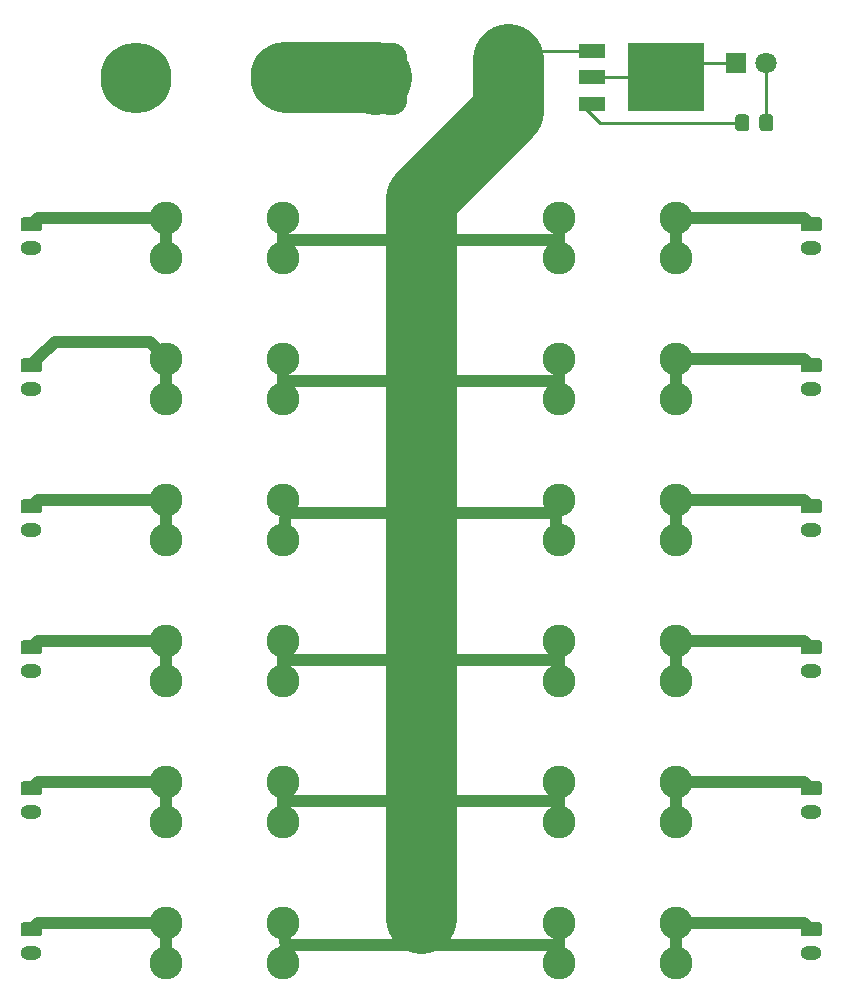
<source format=gtl>
G04 #@! TF.GenerationSoftware,KiCad,Pcbnew,(5.1.5)-3*
G04 #@! TF.CreationDate,2020-03-23T11:19:51-04:00*
G04 #@! TF.ProjectId,RedLegs_pwrbrd,5265644c-6567-4735-9f70-77726272642e,rev?*
G04 #@! TF.SameCoordinates,Original*
G04 #@! TF.FileFunction,Copper,L1,Top*
G04 #@! TF.FilePolarity,Positive*
%FSLAX46Y46*%
G04 Gerber Fmt 4.6, Leading zero omitted, Abs format (unit mm)*
G04 Created by KiCad (PCBNEW (5.1.5)-3) date 2020-03-23 11:19:51*
%MOMM*%
%LPD*%
G04 APERTURE LIST*
%ADD10C,0.100000*%
%ADD11C,2.780000*%
%ADD12R,6.400000X5.800000*%
%ADD13R,2.200000X1.200000*%
%ADD14O,1.800000X1.200000*%
%ADD15C,5.999480*%
%ADD16C,1.800000*%
%ADD17R,1.800000X1.800000*%
%ADD18C,1.000000*%
%ADD19C,0.250000*%
%ADD20C,6.000000*%
G04 APERTURE END LIST*
G04 #@! TA.AperFunction,SMDPad,CuDef*
D10*
G36*
X182449505Y-62801204D02*
G01*
X182473773Y-62804804D01*
X182497572Y-62810765D01*
X182520671Y-62819030D01*
X182542850Y-62829520D01*
X182563893Y-62842132D01*
X182583599Y-62856747D01*
X182601777Y-62873223D01*
X182618253Y-62891401D01*
X182632868Y-62911107D01*
X182645480Y-62932150D01*
X182655970Y-62954329D01*
X182664235Y-62977428D01*
X182670196Y-63001227D01*
X182673796Y-63025495D01*
X182675000Y-63049999D01*
X182675000Y-63950001D01*
X182673796Y-63974505D01*
X182670196Y-63998773D01*
X182664235Y-64022572D01*
X182655970Y-64045671D01*
X182645480Y-64067850D01*
X182632868Y-64088893D01*
X182618253Y-64108599D01*
X182601777Y-64126777D01*
X182583599Y-64143253D01*
X182563893Y-64157868D01*
X182542850Y-64170480D01*
X182520671Y-64180970D01*
X182497572Y-64189235D01*
X182473773Y-64195196D01*
X182449505Y-64198796D01*
X182425001Y-64200000D01*
X181774999Y-64200000D01*
X181750495Y-64198796D01*
X181726227Y-64195196D01*
X181702428Y-64189235D01*
X181679329Y-64180970D01*
X181657150Y-64170480D01*
X181636107Y-64157868D01*
X181616401Y-64143253D01*
X181598223Y-64126777D01*
X181581747Y-64108599D01*
X181567132Y-64088893D01*
X181554520Y-64067850D01*
X181544030Y-64045671D01*
X181535765Y-64022572D01*
X181529804Y-63998773D01*
X181526204Y-63974505D01*
X181525000Y-63950001D01*
X181525000Y-63049999D01*
X181526204Y-63025495D01*
X181529804Y-63001227D01*
X181535765Y-62977428D01*
X181544030Y-62954329D01*
X181554520Y-62932150D01*
X181567132Y-62911107D01*
X181581747Y-62891401D01*
X181598223Y-62873223D01*
X181616401Y-62856747D01*
X181636107Y-62842132D01*
X181657150Y-62829520D01*
X181679329Y-62819030D01*
X181702428Y-62810765D01*
X181726227Y-62804804D01*
X181750495Y-62801204D01*
X181774999Y-62800000D01*
X182425001Y-62800000D01*
X182449505Y-62801204D01*
G37*
G04 #@! TD.AperFunction*
G04 #@! TA.AperFunction,SMDPad,CuDef*
G36*
X184499505Y-62801204D02*
G01*
X184523773Y-62804804D01*
X184547572Y-62810765D01*
X184570671Y-62819030D01*
X184592850Y-62829520D01*
X184613893Y-62842132D01*
X184633599Y-62856747D01*
X184651777Y-62873223D01*
X184668253Y-62891401D01*
X184682868Y-62911107D01*
X184695480Y-62932150D01*
X184705970Y-62954329D01*
X184714235Y-62977428D01*
X184720196Y-63001227D01*
X184723796Y-63025495D01*
X184725000Y-63049999D01*
X184725000Y-63950001D01*
X184723796Y-63974505D01*
X184720196Y-63998773D01*
X184714235Y-64022572D01*
X184705970Y-64045671D01*
X184695480Y-64067850D01*
X184682868Y-64088893D01*
X184668253Y-64108599D01*
X184651777Y-64126777D01*
X184633599Y-64143253D01*
X184613893Y-64157868D01*
X184592850Y-64170480D01*
X184570671Y-64180970D01*
X184547572Y-64189235D01*
X184523773Y-64195196D01*
X184499505Y-64198796D01*
X184475001Y-64200000D01*
X183824999Y-64200000D01*
X183800495Y-64198796D01*
X183776227Y-64195196D01*
X183752428Y-64189235D01*
X183729329Y-64180970D01*
X183707150Y-64170480D01*
X183686107Y-64157868D01*
X183666401Y-64143253D01*
X183648223Y-64126777D01*
X183631747Y-64108599D01*
X183617132Y-64088893D01*
X183604520Y-64067850D01*
X183594030Y-64045671D01*
X183585765Y-64022572D01*
X183579804Y-63998773D01*
X183576204Y-63974505D01*
X183575000Y-63950001D01*
X183575000Y-63049999D01*
X183576204Y-63025495D01*
X183579804Y-63001227D01*
X183585765Y-62977428D01*
X183594030Y-62954329D01*
X183604520Y-62932150D01*
X183617132Y-62911107D01*
X183631747Y-62891401D01*
X183648223Y-62873223D01*
X183666401Y-62856747D01*
X183686107Y-62842132D01*
X183707150Y-62829520D01*
X183729329Y-62819030D01*
X183752428Y-62810765D01*
X183776227Y-62804804D01*
X183800495Y-62801204D01*
X183824999Y-62800000D01*
X184475001Y-62800000D01*
X184499505Y-62801204D01*
G37*
G04 #@! TD.AperFunction*
D11*
X166610000Y-95406000D03*
X166610000Y-98806000D03*
X176530000Y-95406000D03*
X176530000Y-98806000D03*
X162320000Y-61490000D03*
X162320000Y-58090000D03*
X152400000Y-61490000D03*
X152400000Y-58090000D03*
D12*
X175665000Y-59670000D03*
D13*
X169365000Y-61950000D03*
X169365000Y-59670000D03*
X169365000Y-57390000D03*
D14*
X187960000Y-133800000D03*
G04 #@! TA.AperFunction,ComponentPad*
D10*
G36*
X188634505Y-131201204D02*
G01*
X188658773Y-131204804D01*
X188682572Y-131210765D01*
X188705671Y-131219030D01*
X188727850Y-131229520D01*
X188748893Y-131242132D01*
X188768599Y-131256747D01*
X188786777Y-131273223D01*
X188803253Y-131291401D01*
X188817868Y-131311107D01*
X188830480Y-131332150D01*
X188840970Y-131354329D01*
X188849235Y-131377428D01*
X188855196Y-131401227D01*
X188858796Y-131425495D01*
X188860000Y-131449999D01*
X188860000Y-132150001D01*
X188858796Y-132174505D01*
X188855196Y-132198773D01*
X188849235Y-132222572D01*
X188840970Y-132245671D01*
X188830480Y-132267850D01*
X188817868Y-132288893D01*
X188803253Y-132308599D01*
X188786777Y-132326777D01*
X188768599Y-132343253D01*
X188748893Y-132357868D01*
X188727850Y-132370480D01*
X188705671Y-132380970D01*
X188682572Y-132389235D01*
X188658773Y-132395196D01*
X188634505Y-132398796D01*
X188610001Y-132400000D01*
X187309999Y-132400000D01*
X187285495Y-132398796D01*
X187261227Y-132395196D01*
X187237428Y-132389235D01*
X187214329Y-132380970D01*
X187192150Y-132370480D01*
X187171107Y-132357868D01*
X187151401Y-132343253D01*
X187133223Y-132326777D01*
X187116747Y-132308599D01*
X187102132Y-132288893D01*
X187089520Y-132267850D01*
X187079030Y-132245671D01*
X187070765Y-132222572D01*
X187064804Y-132198773D01*
X187061204Y-132174505D01*
X187060000Y-132150001D01*
X187060000Y-131449999D01*
X187061204Y-131425495D01*
X187064804Y-131401227D01*
X187070765Y-131377428D01*
X187079030Y-131354329D01*
X187089520Y-131332150D01*
X187102132Y-131311107D01*
X187116747Y-131291401D01*
X187133223Y-131273223D01*
X187151401Y-131256747D01*
X187171107Y-131242132D01*
X187192150Y-131229520D01*
X187214329Y-131219030D01*
X187237428Y-131210765D01*
X187261227Y-131204804D01*
X187285495Y-131201204D01*
X187309999Y-131200000D01*
X188610001Y-131200000D01*
X188634505Y-131201204D01*
G37*
G04 #@! TD.AperFunction*
D14*
X187960000Y-121862000D03*
G04 #@! TA.AperFunction,ComponentPad*
D10*
G36*
X188634505Y-119263204D02*
G01*
X188658773Y-119266804D01*
X188682572Y-119272765D01*
X188705671Y-119281030D01*
X188727850Y-119291520D01*
X188748893Y-119304132D01*
X188768599Y-119318747D01*
X188786777Y-119335223D01*
X188803253Y-119353401D01*
X188817868Y-119373107D01*
X188830480Y-119394150D01*
X188840970Y-119416329D01*
X188849235Y-119439428D01*
X188855196Y-119463227D01*
X188858796Y-119487495D01*
X188860000Y-119511999D01*
X188860000Y-120212001D01*
X188858796Y-120236505D01*
X188855196Y-120260773D01*
X188849235Y-120284572D01*
X188840970Y-120307671D01*
X188830480Y-120329850D01*
X188817868Y-120350893D01*
X188803253Y-120370599D01*
X188786777Y-120388777D01*
X188768599Y-120405253D01*
X188748893Y-120419868D01*
X188727850Y-120432480D01*
X188705671Y-120442970D01*
X188682572Y-120451235D01*
X188658773Y-120457196D01*
X188634505Y-120460796D01*
X188610001Y-120462000D01*
X187309999Y-120462000D01*
X187285495Y-120460796D01*
X187261227Y-120457196D01*
X187237428Y-120451235D01*
X187214329Y-120442970D01*
X187192150Y-120432480D01*
X187171107Y-120419868D01*
X187151401Y-120405253D01*
X187133223Y-120388777D01*
X187116747Y-120370599D01*
X187102132Y-120350893D01*
X187089520Y-120329850D01*
X187079030Y-120307671D01*
X187070765Y-120284572D01*
X187064804Y-120260773D01*
X187061204Y-120236505D01*
X187060000Y-120212001D01*
X187060000Y-119511999D01*
X187061204Y-119487495D01*
X187064804Y-119463227D01*
X187070765Y-119439428D01*
X187079030Y-119416329D01*
X187089520Y-119394150D01*
X187102132Y-119373107D01*
X187116747Y-119353401D01*
X187133223Y-119335223D01*
X187151401Y-119318747D01*
X187171107Y-119304132D01*
X187192150Y-119291520D01*
X187214329Y-119281030D01*
X187237428Y-119272765D01*
X187261227Y-119266804D01*
X187285495Y-119263204D01*
X187309999Y-119262000D01*
X188610001Y-119262000D01*
X188634505Y-119263204D01*
G37*
G04 #@! TD.AperFunction*
D14*
X187960000Y-109924000D03*
G04 #@! TA.AperFunction,ComponentPad*
D10*
G36*
X188634505Y-107325204D02*
G01*
X188658773Y-107328804D01*
X188682572Y-107334765D01*
X188705671Y-107343030D01*
X188727850Y-107353520D01*
X188748893Y-107366132D01*
X188768599Y-107380747D01*
X188786777Y-107397223D01*
X188803253Y-107415401D01*
X188817868Y-107435107D01*
X188830480Y-107456150D01*
X188840970Y-107478329D01*
X188849235Y-107501428D01*
X188855196Y-107525227D01*
X188858796Y-107549495D01*
X188860000Y-107573999D01*
X188860000Y-108274001D01*
X188858796Y-108298505D01*
X188855196Y-108322773D01*
X188849235Y-108346572D01*
X188840970Y-108369671D01*
X188830480Y-108391850D01*
X188817868Y-108412893D01*
X188803253Y-108432599D01*
X188786777Y-108450777D01*
X188768599Y-108467253D01*
X188748893Y-108481868D01*
X188727850Y-108494480D01*
X188705671Y-108504970D01*
X188682572Y-108513235D01*
X188658773Y-108519196D01*
X188634505Y-108522796D01*
X188610001Y-108524000D01*
X187309999Y-108524000D01*
X187285495Y-108522796D01*
X187261227Y-108519196D01*
X187237428Y-108513235D01*
X187214329Y-108504970D01*
X187192150Y-108494480D01*
X187171107Y-108481868D01*
X187151401Y-108467253D01*
X187133223Y-108450777D01*
X187116747Y-108432599D01*
X187102132Y-108412893D01*
X187089520Y-108391850D01*
X187079030Y-108369671D01*
X187070765Y-108346572D01*
X187064804Y-108322773D01*
X187061204Y-108298505D01*
X187060000Y-108274001D01*
X187060000Y-107573999D01*
X187061204Y-107549495D01*
X187064804Y-107525227D01*
X187070765Y-107501428D01*
X187079030Y-107478329D01*
X187089520Y-107456150D01*
X187102132Y-107435107D01*
X187116747Y-107415401D01*
X187133223Y-107397223D01*
X187151401Y-107380747D01*
X187171107Y-107366132D01*
X187192150Y-107353520D01*
X187214329Y-107343030D01*
X187237428Y-107334765D01*
X187261227Y-107328804D01*
X187285495Y-107325204D01*
X187309999Y-107324000D01*
X188610001Y-107324000D01*
X188634505Y-107325204D01*
G37*
G04 #@! TD.AperFunction*
D14*
X187960000Y-97986000D03*
G04 #@! TA.AperFunction,ComponentPad*
D10*
G36*
X188634505Y-95387204D02*
G01*
X188658773Y-95390804D01*
X188682572Y-95396765D01*
X188705671Y-95405030D01*
X188727850Y-95415520D01*
X188748893Y-95428132D01*
X188768599Y-95442747D01*
X188786777Y-95459223D01*
X188803253Y-95477401D01*
X188817868Y-95497107D01*
X188830480Y-95518150D01*
X188840970Y-95540329D01*
X188849235Y-95563428D01*
X188855196Y-95587227D01*
X188858796Y-95611495D01*
X188860000Y-95635999D01*
X188860000Y-96336001D01*
X188858796Y-96360505D01*
X188855196Y-96384773D01*
X188849235Y-96408572D01*
X188840970Y-96431671D01*
X188830480Y-96453850D01*
X188817868Y-96474893D01*
X188803253Y-96494599D01*
X188786777Y-96512777D01*
X188768599Y-96529253D01*
X188748893Y-96543868D01*
X188727850Y-96556480D01*
X188705671Y-96566970D01*
X188682572Y-96575235D01*
X188658773Y-96581196D01*
X188634505Y-96584796D01*
X188610001Y-96586000D01*
X187309999Y-96586000D01*
X187285495Y-96584796D01*
X187261227Y-96581196D01*
X187237428Y-96575235D01*
X187214329Y-96566970D01*
X187192150Y-96556480D01*
X187171107Y-96543868D01*
X187151401Y-96529253D01*
X187133223Y-96512777D01*
X187116747Y-96494599D01*
X187102132Y-96474893D01*
X187089520Y-96453850D01*
X187079030Y-96431671D01*
X187070765Y-96408572D01*
X187064804Y-96384773D01*
X187061204Y-96360505D01*
X187060000Y-96336001D01*
X187060000Y-95635999D01*
X187061204Y-95611495D01*
X187064804Y-95587227D01*
X187070765Y-95563428D01*
X187079030Y-95540329D01*
X187089520Y-95518150D01*
X187102132Y-95497107D01*
X187116747Y-95477401D01*
X187133223Y-95459223D01*
X187151401Y-95442747D01*
X187171107Y-95428132D01*
X187192150Y-95415520D01*
X187214329Y-95405030D01*
X187237428Y-95396765D01*
X187261227Y-95390804D01*
X187285495Y-95387204D01*
X187309999Y-95386000D01*
X188610001Y-95386000D01*
X188634505Y-95387204D01*
G37*
G04 #@! TD.AperFunction*
D14*
X187960000Y-86048000D03*
G04 #@! TA.AperFunction,ComponentPad*
D10*
G36*
X188634505Y-83449204D02*
G01*
X188658773Y-83452804D01*
X188682572Y-83458765D01*
X188705671Y-83467030D01*
X188727850Y-83477520D01*
X188748893Y-83490132D01*
X188768599Y-83504747D01*
X188786777Y-83521223D01*
X188803253Y-83539401D01*
X188817868Y-83559107D01*
X188830480Y-83580150D01*
X188840970Y-83602329D01*
X188849235Y-83625428D01*
X188855196Y-83649227D01*
X188858796Y-83673495D01*
X188860000Y-83697999D01*
X188860000Y-84398001D01*
X188858796Y-84422505D01*
X188855196Y-84446773D01*
X188849235Y-84470572D01*
X188840970Y-84493671D01*
X188830480Y-84515850D01*
X188817868Y-84536893D01*
X188803253Y-84556599D01*
X188786777Y-84574777D01*
X188768599Y-84591253D01*
X188748893Y-84605868D01*
X188727850Y-84618480D01*
X188705671Y-84628970D01*
X188682572Y-84637235D01*
X188658773Y-84643196D01*
X188634505Y-84646796D01*
X188610001Y-84648000D01*
X187309999Y-84648000D01*
X187285495Y-84646796D01*
X187261227Y-84643196D01*
X187237428Y-84637235D01*
X187214329Y-84628970D01*
X187192150Y-84618480D01*
X187171107Y-84605868D01*
X187151401Y-84591253D01*
X187133223Y-84574777D01*
X187116747Y-84556599D01*
X187102132Y-84536893D01*
X187089520Y-84515850D01*
X187079030Y-84493671D01*
X187070765Y-84470572D01*
X187064804Y-84446773D01*
X187061204Y-84422505D01*
X187060000Y-84398001D01*
X187060000Y-83697999D01*
X187061204Y-83673495D01*
X187064804Y-83649227D01*
X187070765Y-83625428D01*
X187079030Y-83602329D01*
X187089520Y-83580150D01*
X187102132Y-83559107D01*
X187116747Y-83539401D01*
X187133223Y-83521223D01*
X187151401Y-83504747D01*
X187171107Y-83490132D01*
X187192150Y-83477520D01*
X187214329Y-83467030D01*
X187237428Y-83458765D01*
X187261227Y-83452804D01*
X187285495Y-83449204D01*
X187309999Y-83448000D01*
X188610001Y-83448000D01*
X188634505Y-83449204D01*
G37*
G04 #@! TD.AperFunction*
D14*
X187960000Y-74110000D03*
G04 #@! TA.AperFunction,ComponentPad*
D10*
G36*
X188634505Y-71511204D02*
G01*
X188658773Y-71514804D01*
X188682572Y-71520765D01*
X188705671Y-71529030D01*
X188727850Y-71539520D01*
X188748893Y-71552132D01*
X188768599Y-71566747D01*
X188786777Y-71583223D01*
X188803253Y-71601401D01*
X188817868Y-71621107D01*
X188830480Y-71642150D01*
X188840970Y-71664329D01*
X188849235Y-71687428D01*
X188855196Y-71711227D01*
X188858796Y-71735495D01*
X188860000Y-71759999D01*
X188860000Y-72460001D01*
X188858796Y-72484505D01*
X188855196Y-72508773D01*
X188849235Y-72532572D01*
X188840970Y-72555671D01*
X188830480Y-72577850D01*
X188817868Y-72598893D01*
X188803253Y-72618599D01*
X188786777Y-72636777D01*
X188768599Y-72653253D01*
X188748893Y-72667868D01*
X188727850Y-72680480D01*
X188705671Y-72690970D01*
X188682572Y-72699235D01*
X188658773Y-72705196D01*
X188634505Y-72708796D01*
X188610001Y-72710000D01*
X187309999Y-72710000D01*
X187285495Y-72708796D01*
X187261227Y-72705196D01*
X187237428Y-72699235D01*
X187214329Y-72690970D01*
X187192150Y-72680480D01*
X187171107Y-72667868D01*
X187151401Y-72653253D01*
X187133223Y-72636777D01*
X187116747Y-72618599D01*
X187102132Y-72598893D01*
X187089520Y-72577850D01*
X187079030Y-72555671D01*
X187070765Y-72532572D01*
X187064804Y-72508773D01*
X187061204Y-72484505D01*
X187060000Y-72460001D01*
X187060000Y-71759999D01*
X187061204Y-71735495D01*
X187064804Y-71711227D01*
X187070765Y-71687428D01*
X187079030Y-71664329D01*
X187089520Y-71642150D01*
X187102132Y-71621107D01*
X187116747Y-71601401D01*
X187133223Y-71583223D01*
X187151401Y-71566747D01*
X187171107Y-71552132D01*
X187192150Y-71539520D01*
X187214329Y-71529030D01*
X187237428Y-71520765D01*
X187261227Y-71514804D01*
X187285495Y-71511204D01*
X187309999Y-71510000D01*
X188610001Y-71510000D01*
X188634505Y-71511204D01*
G37*
G04 #@! TD.AperFunction*
D14*
X121920000Y-133800000D03*
G04 #@! TA.AperFunction,ComponentPad*
D10*
G36*
X122594505Y-131201204D02*
G01*
X122618773Y-131204804D01*
X122642572Y-131210765D01*
X122665671Y-131219030D01*
X122687850Y-131229520D01*
X122708893Y-131242132D01*
X122728599Y-131256747D01*
X122746777Y-131273223D01*
X122763253Y-131291401D01*
X122777868Y-131311107D01*
X122790480Y-131332150D01*
X122800970Y-131354329D01*
X122809235Y-131377428D01*
X122815196Y-131401227D01*
X122818796Y-131425495D01*
X122820000Y-131449999D01*
X122820000Y-132150001D01*
X122818796Y-132174505D01*
X122815196Y-132198773D01*
X122809235Y-132222572D01*
X122800970Y-132245671D01*
X122790480Y-132267850D01*
X122777868Y-132288893D01*
X122763253Y-132308599D01*
X122746777Y-132326777D01*
X122728599Y-132343253D01*
X122708893Y-132357868D01*
X122687850Y-132370480D01*
X122665671Y-132380970D01*
X122642572Y-132389235D01*
X122618773Y-132395196D01*
X122594505Y-132398796D01*
X122570001Y-132400000D01*
X121269999Y-132400000D01*
X121245495Y-132398796D01*
X121221227Y-132395196D01*
X121197428Y-132389235D01*
X121174329Y-132380970D01*
X121152150Y-132370480D01*
X121131107Y-132357868D01*
X121111401Y-132343253D01*
X121093223Y-132326777D01*
X121076747Y-132308599D01*
X121062132Y-132288893D01*
X121049520Y-132267850D01*
X121039030Y-132245671D01*
X121030765Y-132222572D01*
X121024804Y-132198773D01*
X121021204Y-132174505D01*
X121020000Y-132150001D01*
X121020000Y-131449999D01*
X121021204Y-131425495D01*
X121024804Y-131401227D01*
X121030765Y-131377428D01*
X121039030Y-131354329D01*
X121049520Y-131332150D01*
X121062132Y-131311107D01*
X121076747Y-131291401D01*
X121093223Y-131273223D01*
X121111401Y-131256747D01*
X121131107Y-131242132D01*
X121152150Y-131229520D01*
X121174329Y-131219030D01*
X121197428Y-131210765D01*
X121221227Y-131204804D01*
X121245495Y-131201204D01*
X121269999Y-131200000D01*
X122570001Y-131200000D01*
X122594505Y-131201204D01*
G37*
G04 #@! TD.AperFunction*
D14*
X121920000Y-121862000D03*
G04 #@! TA.AperFunction,ComponentPad*
D10*
G36*
X122594505Y-119263204D02*
G01*
X122618773Y-119266804D01*
X122642572Y-119272765D01*
X122665671Y-119281030D01*
X122687850Y-119291520D01*
X122708893Y-119304132D01*
X122728599Y-119318747D01*
X122746777Y-119335223D01*
X122763253Y-119353401D01*
X122777868Y-119373107D01*
X122790480Y-119394150D01*
X122800970Y-119416329D01*
X122809235Y-119439428D01*
X122815196Y-119463227D01*
X122818796Y-119487495D01*
X122820000Y-119511999D01*
X122820000Y-120212001D01*
X122818796Y-120236505D01*
X122815196Y-120260773D01*
X122809235Y-120284572D01*
X122800970Y-120307671D01*
X122790480Y-120329850D01*
X122777868Y-120350893D01*
X122763253Y-120370599D01*
X122746777Y-120388777D01*
X122728599Y-120405253D01*
X122708893Y-120419868D01*
X122687850Y-120432480D01*
X122665671Y-120442970D01*
X122642572Y-120451235D01*
X122618773Y-120457196D01*
X122594505Y-120460796D01*
X122570001Y-120462000D01*
X121269999Y-120462000D01*
X121245495Y-120460796D01*
X121221227Y-120457196D01*
X121197428Y-120451235D01*
X121174329Y-120442970D01*
X121152150Y-120432480D01*
X121131107Y-120419868D01*
X121111401Y-120405253D01*
X121093223Y-120388777D01*
X121076747Y-120370599D01*
X121062132Y-120350893D01*
X121049520Y-120329850D01*
X121039030Y-120307671D01*
X121030765Y-120284572D01*
X121024804Y-120260773D01*
X121021204Y-120236505D01*
X121020000Y-120212001D01*
X121020000Y-119511999D01*
X121021204Y-119487495D01*
X121024804Y-119463227D01*
X121030765Y-119439428D01*
X121039030Y-119416329D01*
X121049520Y-119394150D01*
X121062132Y-119373107D01*
X121076747Y-119353401D01*
X121093223Y-119335223D01*
X121111401Y-119318747D01*
X121131107Y-119304132D01*
X121152150Y-119291520D01*
X121174329Y-119281030D01*
X121197428Y-119272765D01*
X121221227Y-119266804D01*
X121245495Y-119263204D01*
X121269999Y-119262000D01*
X122570001Y-119262000D01*
X122594505Y-119263204D01*
G37*
G04 #@! TD.AperFunction*
D14*
X121920000Y-109924000D03*
G04 #@! TA.AperFunction,ComponentPad*
D10*
G36*
X122594505Y-107325204D02*
G01*
X122618773Y-107328804D01*
X122642572Y-107334765D01*
X122665671Y-107343030D01*
X122687850Y-107353520D01*
X122708893Y-107366132D01*
X122728599Y-107380747D01*
X122746777Y-107397223D01*
X122763253Y-107415401D01*
X122777868Y-107435107D01*
X122790480Y-107456150D01*
X122800970Y-107478329D01*
X122809235Y-107501428D01*
X122815196Y-107525227D01*
X122818796Y-107549495D01*
X122820000Y-107573999D01*
X122820000Y-108274001D01*
X122818796Y-108298505D01*
X122815196Y-108322773D01*
X122809235Y-108346572D01*
X122800970Y-108369671D01*
X122790480Y-108391850D01*
X122777868Y-108412893D01*
X122763253Y-108432599D01*
X122746777Y-108450777D01*
X122728599Y-108467253D01*
X122708893Y-108481868D01*
X122687850Y-108494480D01*
X122665671Y-108504970D01*
X122642572Y-108513235D01*
X122618773Y-108519196D01*
X122594505Y-108522796D01*
X122570001Y-108524000D01*
X121269999Y-108524000D01*
X121245495Y-108522796D01*
X121221227Y-108519196D01*
X121197428Y-108513235D01*
X121174329Y-108504970D01*
X121152150Y-108494480D01*
X121131107Y-108481868D01*
X121111401Y-108467253D01*
X121093223Y-108450777D01*
X121076747Y-108432599D01*
X121062132Y-108412893D01*
X121049520Y-108391850D01*
X121039030Y-108369671D01*
X121030765Y-108346572D01*
X121024804Y-108322773D01*
X121021204Y-108298505D01*
X121020000Y-108274001D01*
X121020000Y-107573999D01*
X121021204Y-107549495D01*
X121024804Y-107525227D01*
X121030765Y-107501428D01*
X121039030Y-107478329D01*
X121049520Y-107456150D01*
X121062132Y-107435107D01*
X121076747Y-107415401D01*
X121093223Y-107397223D01*
X121111401Y-107380747D01*
X121131107Y-107366132D01*
X121152150Y-107353520D01*
X121174329Y-107343030D01*
X121197428Y-107334765D01*
X121221227Y-107328804D01*
X121245495Y-107325204D01*
X121269999Y-107324000D01*
X122570001Y-107324000D01*
X122594505Y-107325204D01*
G37*
G04 #@! TD.AperFunction*
D14*
X121920000Y-97986000D03*
G04 #@! TA.AperFunction,ComponentPad*
D10*
G36*
X122594505Y-95387204D02*
G01*
X122618773Y-95390804D01*
X122642572Y-95396765D01*
X122665671Y-95405030D01*
X122687850Y-95415520D01*
X122708893Y-95428132D01*
X122728599Y-95442747D01*
X122746777Y-95459223D01*
X122763253Y-95477401D01*
X122777868Y-95497107D01*
X122790480Y-95518150D01*
X122800970Y-95540329D01*
X122809235Y-95563428D01*
X122815196Y-95587227D01*
X122818796Y-95611495D01*
X122820000Y-95635999D01*
X122820000Y-96336001D01*
X122818796Y-96360505D01*
X122815196Y-96384773D01*
X122809235Y-96408572D01*
X122800970Y-96431671D01*
X122790480Y-96453850D01*
X122777868Y-96474893D01*
X122763253Y-96494599D01*
X122746777Y-96512777D01*
X122728599Y-96529253D01*
X122708893Y-96543868D01*
X122687850Y-96556480D01*
X122665671Y-96566970D01*
X122642572Y-96575235D01*
X122618773Y-96581196D01*
X122594505Y-96584796D01*
X122570001Y-96586000D01*
X121269999Y-96586000D01*
X121245495Y-96584796D01*
X121221227Y-96581196D01*
X121197428Y-96575235D01*
X121174329Y-96566970D01*
X121152150Y-96556480D01*
X121131107Y-96543868D01*
X121111401Y-96529253D01*
X121093223Y-96512777D01*
X121076747Y-96494599D01*
X121062132Y-96474893D01*
X121049520Y-96453850D01*
X121039030Y-96431671D01*
X121030765Y-96408572D01*
X121024804Y-96384773D01*
X121021204Y-96360505D01*
X121020000Y-96336001D01*
X121020000Y-95635999D01*
X121021204Y-95611495D01*
X121024804Y-95587227D01*
X121030765Y-95563428D01*
X121039030Y-95540329D01*
X121049520Y-95518150D01*
X121062132Y-95497107D01*
X121076747Y-95477401D01*
X121093223Y-95459223D01*
X121111401Y-95442747D01*
X121131107Y-95428132D01*
X121152150Y-95415520D01*
X121174329Y-95405030D01*
X121197428Y-95396765D01*
X121221227Y-95390804D01*
X121245495Y-95387204D01*
X121269999Y-95386000D01*
X122570001Y-95386000D01*
X122594505Y-95387204D01*
G37*
G04 #@! TD.AperFunction*
D14*
X121920000Y-86048000D03*
G04 #@! TA.AperFunction,ComponentPad*
D10*
G36*
X122594505Y-83449204D02*
G01*
X122618773Y-83452804D01*
X122642572Y-83458765D01*
X122665671Y-83467030D01*
X122687850Y-83477520D01*
X122708893Y-83490132D01*
X122728599Y-83504747D01*
X122746777Y-83521223D01*
X122763253Y-83539401D01*
X122777868Y-83559107D01*
X122790480Y-83580150D01*
X122800970Y-83602329D01*
X122809235Y-83625428D01*
X122815196Y-83649227D01*
X122818796Y-83673495D01*
X122820000Y-83697999D01*
X122820000Y-84398001D01*
X122818796Y-84422505D01*
X122815196Y-84446773D01*
X122809235Y-84470572D01*
X122800970Y-84493671D01*
X122790480Y-84515850D01*
X122777868Y-84536893D01*
X122763253Y-84556599D01*
X122746777Y-84574777D01*
X122728599Y-84591253D01*
X122708893Y-84605868D01*
X122687850Y-84618480D01*
X122665671Y-84628970D01*
X122642572Y-84637235D01*
X122618773Y-84643196D01*
X122594505Y-84646796D01*
X122570001Y-84648000D01*
X121269999Y-84648000D01*
X121245495Y-84646796D01*
X121221227Y-84643196D01*
X121197428Y-84637235D01*
X121174329Y-84628970D01*
X121152150Y-84618480D01*
X121131107Y-84605868D01*
X121111401Y-84591253D01*
X121093223Y-84574777D01*
X121076747Y-84556599D01*
X121062132Y-84536893D01*
X121049520Y-84515850D01*
X121039030Y-84493671D01*
X121030765Y-84470572D01*
X121024804Y-84446773D01*
X121021204Y-84422505D01*
X121020000Y-84398001D01*
X121020000Y-83697999D01*
X121021204Y-83673495D01*
X121024804Y-83649227D01*
X121030765Y-83625428D01*
X121039030Y-83602329D01*
X121049520Y-83580150D01*
X121062132Y-83559107D01*
X121076747Y-83539401D01*
X121093223Y-83521223D01*
X121111401Y-83504747D01*
X121131107Y-83490132D01*
X121152150Y-83477520D01*
X121174329Y-83467030D01*
X121197428Y-83458765D01*
X121221227Y-83452804D01*
X121245495Y-83449204D01*
X121269999Y-83448000D01*
X122570001Y-83448000D01*
X122594505Y-83449204D01*
G37*
G04 #@! TD.AperFunction*
D14*
X121920000Y-74110000D03*
G04 #@! TA.AperFunction,ComponentPad*
D10*
G36*
X122594505Y-71511204D02*
G01*
X122618773Y-71514804D01*
X122642572Y-71520765D01*
X122665671Y-71529030D01*
X122687850Y-71539520D01*
X122708893Y-71552132D01*
X122728599Y-71566747D01*
X122746777Y-71583223D01*
X122763253Y-71601401D01*
X122777868Y-71621107D01*
X122790480Y-71642150D01*
X122800970Y-71664329D01*
X122809235Y-71687428D01*
X122815196Y-71711227D01*
X122818796Y-71735495D01*
X122820000Y-71759999D01*
X122820000Y-72460001D01*
X122818796Y-72484505D01*
X122815196Y-72508773D01*
X122809235Y-72532572D01*
X122800970Y-72555671D01*
X122790480Y-72577850D01*
X122777868Y-72598893D01*
X122763253Y-72618599D01*
X122746777Y-72636777D01*
X122728599Y-72653253D01*
X122708893Y-72667868D01*
X122687850Y-72680480D01*
X122665671Y-72690970D01*
X122642572Y-72699235D01*
X122618773Y-72705196D01*
X122594505Y-72708796D01*
X122570001Y-72710000D01*
X121269999Y-72710000D01*
X121245495Y-72708796D01*
X121221227Y-72705196D01*
X121197428Y-72699235D01*
X121174329Y-72690970D01*
X121152150Y-72680480D01*
X121131107Y-72667868D01*
X121111401Y-72653253D01*
X121093223Y-72636777D01*
X121076747Y-72618599D01*
X121062132Y-72598893D01*
X121049520Y-72577850D01*
X121039030Y-72555671D01*
X121030765Y-72532572D01*
X121024804Y-72508773D01*
X121021204Y-72484505D01*
X121020000Y-72460001D01*
X121020000Y-71759999D01*
X121021204Y-71735495D01*
X121024804Y-71711227D01*
X121030765Y-71687428D01*
X121039030Y-71664329D01*
X121049520Y-71642150D01*
X121062132Y-71621107D01*
X121076747Y-71601401D01*
X121093223Y-71583223D01*
X121111401Y-71566747D01*
X121131107Y-71552132D01*
X121152150Y-71539520D01*
X121174329Y-71529030D01*
X121197428Y-71520765D01*
X121221227Y-71514804D01*
X121245495Y-71511204D01*
X121269999Y-71510000D01*
X122570001Y-71510000D01*
X122594505Y-71511204D01*
G37*
G04 #@! TD.AperFunction*
D15*
X130810000Y-59690000D03*
X143510000Y-59670000D03*
D11*
X166610000Y-131220000D03*
X166610000Y-134620000D03*
X176530000Y-131220000D03*
X176530000Y-134620000D03*
X166610000Y-119282000D03*
X166610000Y-122682000D03*
X176530000Y-119282000D03*
X176530000Y-122682000D03*
X166610000Y-107344000D03*
X166610000Y-110744000D03*
X176530000Y-107344000D03*
X176530000Y-110744000D03*
X166610000Y-83468000D03*
X166610000Y-86868000D03*
X176530000Y-83468000D03*
X176530000Y-86868000D03*
X166610000Y-71530000D03*
X166610000Y-74930000D03*
X176530000Y-71530000D03*
X176530000Y-74930000D03*
X143270000Y-134620000D03*
X143270000Y-131220000D03*
X133350000Y-134620000D03*
X133350000Y-131220000D03*
X143270000Y-122682000D03*
X143270000Y-119282000D03*
X133350000Y-122682000D03*
X133350000Y-119282000D03*
X133350000Y-107344000D03*
X133350000Y-110744000D03*
X143270000Y-107344000D03*
X143270000Y-110744000D03*
X133350000Y-95406000D03*
X133350000Y-98806000D03*
X143270000Y-95406000D03*
X143270000Y-98806000D03*
X143270000Y-86868000D03*
X143270000Y-83468000D03*
X133350000Y-86868000D03*
X133350000Y-83468000D03*
X143270000Y-74930000D03*
X143270000Y-71530000D03*
X133350000Y-74930000D03*
X133350000Y-71530000D03*
D16*
X184150000Y-58420000D03*
D17*
X181610000Y-58420000D03*
D18*
X122500000Y-71530000D02*
X121920000Y-72110000D01*
X133350000Y-71530000D02*
X122500000Y-71530000D01*
X133350000Y-71530000D02*
X133350000Y-74930000D01*
D19*
X184150000Y-58420000D02*
X184150000Y-63500000D01*
X174170000Y-58090000D02*
X174870000Y-57390000D01*
X169365000Y-59670000D02*
X175665000Y-59670000D01*
X176915000Y-58420000D02*
X175665000Y-59670000D01*
X181610000Y-58420000D02*
X176915000Y-58420000D01*
D20*
X143510000Y-59670000D02*
X151110000Y-59670000D01*
X151110000Y-59670000D02*
X151010001Y-59769999D01*
D18*
X123889999Y-82078001D02*
X122520000Y-83448000D01*
X131960001Y-82078001D02*
X123889999Y-82078001D01*
X122520000Y-83448000D02*
X121920000Y-84048000D01*
X133350000Y-83468000D02*
X131960001Y-82078001D01*
X133350000Y-83468000D02*
X133350000Y-86868000D01*
X122500000Y-95406000D02*
X121920000Y-95986000D01*
X133350000Y-95406000D02*
X122500000Y-95406000D01*
X133350000Y-95406000D02*
X133350000Y-98806000D01*
X122500000Y-107344000D02*
X121920000Y-107924000D01*
X133350000Y-107344000D02*
X122500000Y-107344000D01*
X133350000Y-107344000D02*
X133350000Y-110744000D01*
X122500000Y-119282000D02*
X121920000Y-119862000D01*
X133350000Y-119282000D02*
X122500000Y-119282000D01*
X133350000Y-119282000D02*
X133350000Y-122682000D01*
X122500000Y-131220000D02*
X121920000Y-131800000D01*
X133350000Y-131220000D02*
X122500000Y-131220000D01*
X133350000Y-131220000D02*
X133350000Y-134620000D01*
X176530000Y-71530000D02*
X176530000Y-74930000D01*
X187380000Y-71530000D02*
X187960000Y-72110000D01*
X176530000Y-71530000D02*
X187380000Y-71530000D01*
X176530000Y-83468000D02*
X176530000Y-86868000D01*
X187380000Y-83468000D02*
X187960000Y-84048000D01*
X176530000Y-83468000D02*
X187380000Y-83468000D01*
X176530000Y-95406000D02*
X176530000Y-98806000D01*
X187380000Y-95406000D02*
X187960000Y-95986000D01*
X176530000Y-95406000D02*
X187380000Y-95406000D01*
X176530000Y-107344000D02*
X176530000Y-110744000D01*
X187380000Y-107344000D02*
X187960000Y-107924000D01*
X176530000Y-107344000D02*
X187380000Y-107344000D01*
X176530000Y-119282000D02*
X176530000Y-122682000D01*
X187380000Y-119282000D02*
X187960000Y-119862000D01*
X176530000Y-119282000D02*
X187380000Y-119282000D01*
X176530000Y-131220000D02*
X176530000Y-134620000D01*
X187380000Y-131220000D02*
X187960000Y-131800000D01*
X176530000Y-131220000D02*
X187380000Y-131220000D01*
D19*
X170065000Y-63500000D02*
X168910000Y-62345000D01*
X170180000Y-63500000D02*
X182100000Y-63500000D01*
X170180000Y-63500000D02*
X170065000Y-63500000D01*
D20*
X162320000Y-58090000D02*
X162320000Y-61490000D01*
D18*
X154700000Y-73420000D02*
X154940000Y-73660000D01*
X143270000Y-71530000D02*
X143270000Y-73420000D01*
D20*
X154940000Y-69850000D02*
X154940000Y-73660000D01*
D18*
X143270000Y-73420000D02*
X143270000Y-74930000D01*
X155180000Y-73420000D02*
X154940000Y-73660000D01*
X166610000Y-73420000D02*
X166610000Y-74930000D01*
X166610000Y-71530000D02*
X166610000Y-73420000D01*
X166610000Y-85330000D02*
X166610000Y-86868000D01*
X155180000Y-85330000D02*
X154940000Y-85090000D01*
X166610000Y-83468000D02*
X166610000Y-85330000D01*
D20*
X154940000Y-73660000D02*
X154940000Y-85090000D01*
D18*
X143270000Y-85330000D02*
X143270000Y-86868000D01*
X143270000Y-83468000D02*
X143270000Y-85330000D01*
X166610000Y-96280000D02*
X166370000Y-96520000D01*
X166610000Y-95406000D02*
X166610000Y-96280000D01*
X166370000Y-96520000D02*
X166370000Y-97790000D01*
X166610000Y-98030000D02*
X166370000Y-97790000D01*
X166610000Y-98806000D02*
X166610000Y-98030000D01*
X155836001Y-97416001D02*
X154940000Y-96520000D01*
D20*
X154940000Y-85090000D02*
X154940000Y-96520000D01*
D18*
X154043999Y-97416001D02*
X154940000Y-96520000D01*
X154700000Y-108980000D02*
X154940000Y-109220000D01*
X143270000Y-108980000D02*
X154700000Y-108980000D01*
X143270000Y-107344000D02*
X143270000Y-108980000D01*
X143270000Y-108980000D02*
X143270000Y-110744000D01*
D20*
X154940000Y-96520000D02*
X154940000Y-109220000D01*
D18*
X155180000Y-108980000D02*
X154940000Y-109220000D01*
X166610000Y-108980000D02*
X155180000Y-108980000D01*
X166610000Y-108980000D02*
X166610000Y-110744000D01*
X166610000Y-107344000D02*
X166610000Y-108980000D01*
X145556000Y-96520000D02*
X143510000Y-96520000D01*
X154940000Y-96520000D02*
X145556000Y-96520000D01*
X143270000Y-95406000D02*
X143510000Y-96520000D01*
X143510000Y-96520000D02*
X143270000Y-98806000D01*
X154940000Y-96520000D02*
X166370000Y-96520000D01*
X154700000Y-120890000D02*
X154940000Y-120650000D01*
X143270000Y-120890000D02*
X154700000Y-120890000D01*
X143270000Y-119282000D02*
X143270000Y-120890000D01*
X143270000Y-120890000D02*
X143270000Y-122682000D01*
D20*
X154940000Y-109220000D02*
X154940000Y-120650000D01*
D18*
X155180000Y-120890000D02*
X154940000Y-120650000D01*
X166610000Y-120890000D02*
X166610000Y-122682000D01*
X166610000Y-120890000D02*
X155180000Y-120890000D01*
X166610000Y-119282000D02*
X166610000Y-120890000D01*
X166610000Y-133110000D02*
X155180000Y-133110000D01*
X166610000Y-133110000D02*
X166610000Y-134620000D01*
X166610000Y-131220000D02*
X166610000Y-133110000D01*
X143270000Y-133590000D02*
X143510000Y-133350000D01*
X143270000Y-134620000D02*
X143270000Y-133590000D01*
X143270000Y-131220000D02*
X143510000Y-133350000D01*
X143750000Y-133110000D02*
X143510000Y-133350000D01*
X155180000Y-133110000D02*
X143750000Y-133110000D01*
D19*
X163020000Y-57390000D02*
X162320000Y-58090000D01*
X169365000Y-57390000D02*
X163020000Y-57390000D01*
D20*
X162320000Y-62470000D02*
X154940000Y-69850000D01*
X162320000Y-58090000D02*
X162320000Y-62470000D01*
X154940000Y-120650000D02*
X154940000Y-130810000D01*
D18*
X166610000Y-85330000D02*
X155180000Y-85330000D01*
X143270000Y-85330000D02*
X155180000Y-85330000D01*
X143270000Y-73420000D02*
X154700000Y-73420000D01*
X166610000Y-73420000D02*
X155180000Y-73420000D01*
M02*

</source>
